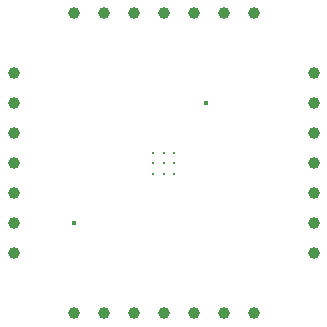
<source format=gbr>
%TF.GenerationSoftware,KiCad,Pcbnew,5.1.4+dfsg1-1*%
%TF.CreationDate,2020-05-14T03:48:37+02:00*%
%TF.ProjectId,qfn28-breakout,71666e32-382d-4627-9265-616b6f75742e,rev?*%
%TF.SameCoordinates,Original*%
%TF.FileFunction,Plated,1,2,PTH,Drill*%
%TF.FilePolarity,Positive*%
%FSLAX46Y46*%
G04 Gerber Fmt 4.6, Leading zero omitted, Abs format (unit mm)*
G04 Created by KiCad (PCBNEW 5.1.4+dfsg1-1) date 2020-05-14 03:48:37*
%MOMM*%
%LPD*%
G04 APERTURE LIST*
%TA.AperFunction,ComponentDrill*%
%ADD10C,0.200000*%
%TD*%
%TA.AperFunction,ViaDrill*%
%ADD11C,0.400000*%
%TD*%
%TA.AperFunction,ComponentDrill*%
%ADD12C,1.000000*%
%TD*%
G04 APERTURE END LIST*
D10*
%TO.C,MAX31790ATI+1*%
X80380000Y661300000D03*
X80380000Y660400000D03*
X80380000Y659500000D03*
X81280000Y661300000D03*
X81280000Y660400000D03*
X81280000Y659500000D03*
X82180000Y661300000D03*
X82180000Y660400000D03*
X82180000Y659500000D03*
%TD*%
D11*
X73660000Y655320000D03*
X84836000Y665480000D03*
D12*
%TO.C,J1*%
X68580000Y668020000D03*
X68580000Y665480000D03*
X68580000Y662940000D03*
X68580000Y660400000D03*
X68580000Y657860000D03*
X68580000Y655320000D03*
X68580000Y652780000D03*
%TO.C,J2*%
X73660000Y673100000D03*
X76200000Y673100000D03*
X78740000Y673100000D03*
X81280000Y673100000D03*
X83820000Y673100000D03*
X86360000Y673100000D03*
X88900000Y673100000D03*
%TO.C,J3*%
X93980000Y668020000D03*
X93980000Y665480000D03*
X93980000Y662940000D03*
X93980000Y660400000D03*
X93980000Y657860000D03*
X93980000Y655320000D03*
X93980000Y652780000D03*
%TO.C,J4*%
X73660000Y647700000D03*
X76200000Y647700000D03*
X78740000Y647700000D03*
X81280000Y647700000D03*
X83820000Y647700000D03*
X86360000Y647700000D03*
X88900000Y647700000D03*
M02*

</source>
